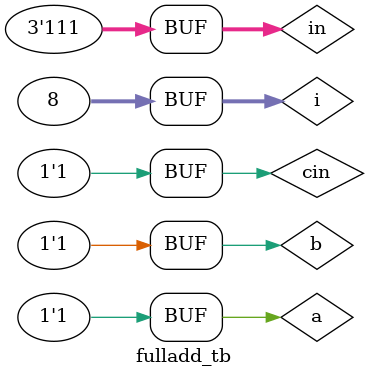
<source format=sv>
module fulladd (
  output logic cout, s
  ,input logic cin, a, b
  );

  always_comb begin
    {cout, s} = cin + a + b;
  end
endmodule

module fulladd_tb();
  logic cin, a, b;
	logic cout, s;
	
	fulladd dut (.*);
	
	integer i;
	logic [2:0] in;
	initial begin
		for(i = 0; i < 8; i++) begin
			in[2:0] = i; #10;
			cin = in[2];
			a = in[1];
			b = in[0];
		end
	end
endmodule
</source>
